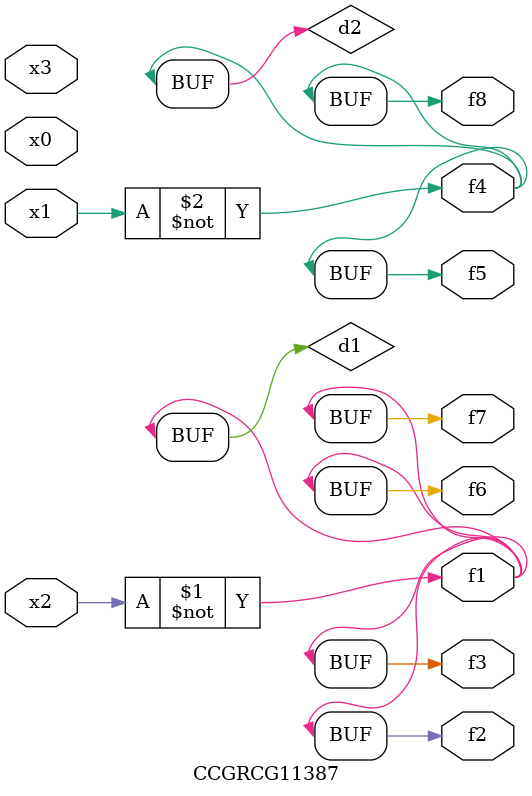
<source format=v>
module CCGRCG11387(
	input x0, x1, x2, x3,
	output f1, f2, f3, f4, f5, f6, f7, f8
);

	wire d1, d2;

	xnor (d1, x2);
	not (d2, x1);
	assign f1 = d1;
	assign f2 = d1;
	assign f3 = d1;
	assign f4 = d2;
	assign f5 = d2;
	assign f6 = d1;
	assign f7 = d1;
	assign f8 = d2;
endmodule

</source>
